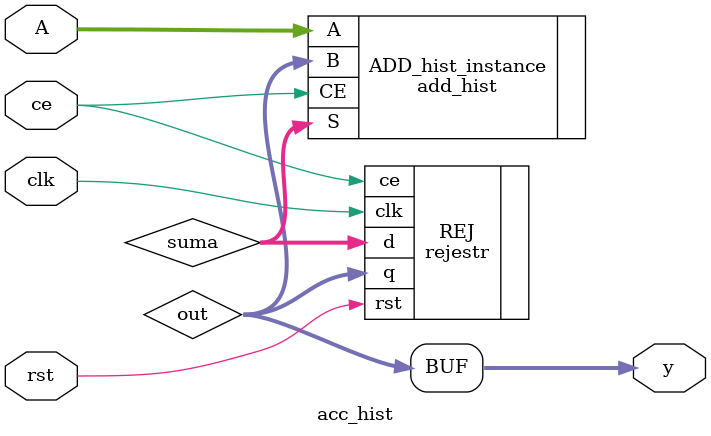
<source format=v>
`timescale 1ns / 1ps

module acc_hist(
    input clk,
    input ce,
    input rst,
    input [10:0]A,
    
    output [11:0]y
);
    
wire [11:0]out;
wire [11:0]suma;

rejestr# (.N(12)) REJ
(
    .clk(clk),
    .ce(ce),
    .rst(rst),
    .d(suma),
    .q(out)
);

// latencja = 0
add_hist ADD_hist_instance
(
    .A(A),
    .B(out),
    .CE(ce),
    .S(suma)
);

assign y = out;
    
endmodule

</source>
